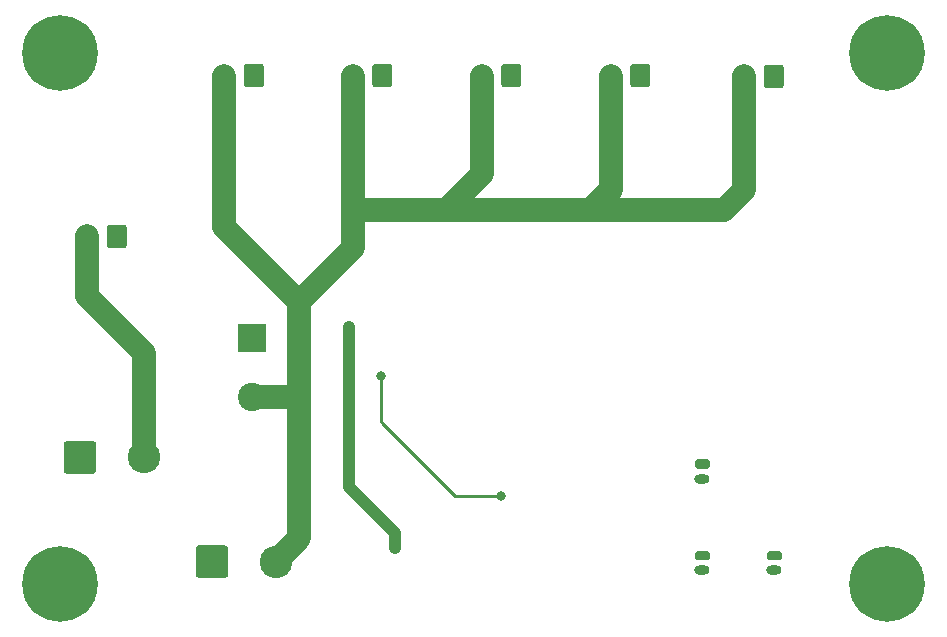
<source format=gbl>
G04 #@! TF.GenerationSoftware,KiCad,Pcbnew,5.1.6+dfsg1-1~bpo9+1*
G04 #@! TF.CreationDate,2022-04-04T20:28:32+02:00*
G04 #@! TF.ProjectId,sdrtr-power,73647274-722d-4706-9f77-65722e6b6963,rev?*
G04 #@! TF.SameCoordinates,Original*
G04 #@! TF.FileFunction,Copper,L2,Bot*
G04 #@! TF.FilePolarity,Positive*
%FSLAX46Y46*%
G04 Gerber Fmt 4.6, Leading zero omitted, Abs format (unit mm)*
G04 Created by KiCad (PCBNEW 5.1.6+dfsg1-1~bpo9+1) date 2022-04-04 20:28:32*
%MOMM*%
%LPD*%
G01*
G04 APERTURE LIST*
G04 #@! TA.AperFunction,ComponentPad*
%ADD10O,1.700000X2.000000*%
G04 #@! TD*
G04 #@! TA.AperFunction,ComponentPad*
%ADD11O,1.300000X0.800000*%
G04 #@! TD*
G04 #@! TA.AperFunction,ComponentPad*
%ADD12C,2.400000*%
G04 #@! TD*
G04 #@! TA.AperFunction,ComponentPad*
%ADD13R,2.400000X2.400000*%
G04 #@! TD*
G04 #@! TA.AperFunction,ComponentPad*
%ADD14C,2.750000*%
G04 #@! TD*
G04 #@! TA.AperFunction,ComponentPad*
%ADD15C,6.400000*%
G04 #@! TD*
G04 #@! TA.AperFunction,ViaPad*
%ADD16C,0.800000*%
G04 #@! TD*
G04 #@! TA.AperFunction,Conductor*
%ADD17C,2.032000*%
G04 #@! TD*
G04 #@! TA.AperFunction,Conductor*
%ADD18C,1.016000*%
G04 #@! TD*
G04 #@! TA.AperFunction,Conductor*
%ADD19C,0.254000*%
G04 #@! TD*
G04 APERTURE END LIST*
D10*
X82272500Y-50571400D03*
G04 #@! TA.AperFunction,ComponentPad*
G36*
G01*
X85622500Y-49821400D02*
X85622500Y-51321400D01*
G75*
G02*
X85372500Y-51571400I-250000J0D01*
G01*
X84172500Y-51571400D01*
G75*
G02*
X83922500Y-51321400I0J250000D01*
G01*
X83922500Y-49821400D01*
G75*
G02*
X84172500Y-49571400I250000J0D01*
G01*
X85372500Y-49571400D01*
G75*
G02*
X85622500Y-49821400I0J-250000D01*
G01*
G37*
G04 #@! TD.AperFunction*
D11*
X134366000Y-71100000D03*
G04 #@! TA.AperFunction,ComponentPad*
G36*
G01*
X133916000Y-69450000D02*
X134816000Y-69450000D01*
G75*
G02*
X135016000Y-69650000I0J-200000D01*
G01*
X135016000Y-70050000D01*
G75*
G02*
X134816000Y-70250000I-200000J0D01*
G01*
X133916000Y-70250000D01*
G75*
G02*
X133716000Y-70050000I0J200000D01*
G01*
X133716000Y-69650000D01*
G75*
G02*
X133916000Y-69450000I200000J0D01*
G01*
G37*
G04 #@! TD.AperFunction*
D12*
X96266000Y-64182000D03*
D13*
X96266000Y-59182000D03*
D14*
X87061000Y-69278500D03*
G04 #@! TA.AperFunction,ComponentPad*
G36*
G01*
X80286000Y-70403501D02*
X80286000Y-68153499D01*
G75*
G02*
X80535999Y-67903500I249999J0D01*
G01*
X82786001Y-67903500D01*
G75*
G02*
X83036000Y-68153499I0J-249999D01*
G01*
X83036000Y-70403501D01*
G75*
G02*
X82786001Y-70653500I-249999J0D01*
G01*
X80535999Y-70653500D01*
G75*
G02*
X80286000Y-70403501I0J249999D01*
G01*
G37*
G04 #@! TD.AperFunction*
D11*
X134366000Y-78847000D03*
G04 #@! TA.AperFunction,ComponentPad*
G36*
G01*
X133916000Y-77197000D02*
X134816000Y-77197000D01*
G75*
G02*
X135016000Y-77397000I0J-200000D01*
G01*
X135016000Y-77797000D01*
G75*
G02*
X134816000Y-77997000I-200000J0D01*
G01*
X133916000Y-77997000D01*
G75*
G02*
X133716000Y-77797000I0J200000D01*
G01*
X133716000Y-77397000D01*
G75*
G02*
X133916000Y-77197000I200000J0D01*
G01*
G37*
G04 #@! TD.AperFunction*
X140462000Y-78847000D03*
G04 #@! TA.AperFunction,ComponentPad*
G36*
G01*
X140012000Y-77197000D02*
X140912000Y-77197000D01*
G75*
G02*
X141112000Y-77397000I0J-200000D01*
G01*
X141112000Y-77797000D01*
G75*
G02*
X140912000Y-77997000I-200000J0D01*
G01*
X140012000Y-77997000D01*
G75*
G02*
X139812000Y-77797000I0J200000D01*
G01*
X139812000Y-77397000D01*
G75*
G02*
X140012000Y-77197000I200000J0D01*
G01*
G37*
G04 #@! TD.AperFunction*
D10*
X137898500Y-37020500D03*
G04 #@! TA.AperFunction,ComponentPad*
G36*
G01*
X141248500Y-36270500D02*
X141248500Y-37770500D01*
G75*
G02*
X140998500Y-38020500I-250000J0D01*
G01*
X139798500Y-38020500D01*
G75*
G02*
X139548500Y-37770500I0J250000D01*
G01*
X139548500Y-36270500D01*
G75*
G02*
X139798500Y-36020500I250000J0D01*
G01*
X140998500Y-36020500D01*
G75*
G02*
X141248500Y-36270500I0J-250000D01*
G01*
G37*
G04 #@! TD.AperFunction*
X93893000Y-36957000D03*
G04 #@! TA.AperFunction,ComponentPad*
G36*
G01*
X97243000Y-36207000D02*
X97243000Y-37707000D01*
G75*
G02*
X96993000Y-37957000I-250000J0D01*
G01*
X95793000Y-37957000D01*
G75*
G02*
X95543000Y-37707000I0J250000D01*
G01*
X95543000Y-36207000D01*
G75*
G02*
X95793000Y-35957000I250000J0D01*
G01*
X96993000Y-35957000D01*
G75*
G02*
X97243000Y-36207000I0J-250000D01*
G01*
G37*
G04 #@! TD.AperFunction*
X104751500Y-36957000D03*
G04 #@! TA.AperFunction,ComponentPad*
G36*
G01*
X108101500Y-36207000D02*
X108101500Y-37707000D01*
G75*
G02*
X107851500Y-37957000I-250000J0D01*
G01*
X106651500Y-37957000D01*
G75*
G02*
X106401500Y-37707000I0J250000D01*
G01*
X106401500Y-36207000D01*
G75*
G02*
X106651500Y-35957000I250000J0D01*
G01*
X107851500Y-35957000D01*
G75*
G02*
X108101500Y-36207000I0J-250000D01*
G01*
G37*
G04 #@! TD.AperFunction*
X115673500Y-36957000D03*
G04 #@! TA.AperFunction,ComponentPad*
G36*
G01*
X119023500Y-36207000D02*
X119023500Y-37707000D01*
G75*
G02*
X118773500Y-37957000I-250000J0D01*
G01*
X117573500Y-37957000D01*
G75*
G02*
X117323500Y-37707000I0J250000D01*
G01*
X117323500Y-36207000D01*
G75*
G02*
X117573500Y-35957000I250000J0D01*
G01*
X118773500Y-35957000D01*
G75*
G02*
X119023500Y-36207000I0J-250000D01*
G01*
G37*
G04 #@! TD.AperFunction*
D14*
X98237000Y-78105000D03*
G04 #@! TA.AperFunction,ComponentPad*
G36*
G01*
X91462000Y-79230001D02*
X91462000Y-76979999D01*
G75*
G02*
X91711999Y-76730000I249999J0D01*
G01*
X93962001Y-76730000D01*
G75*
G02*
X94212000Y-76979999I0J-249999D01*
G01*
X94212000Y-79230001D01*
G75*
G02*
X93962001Y-79480000I-249999J0D01*
G01*
X91711999Y-79480000D01*
G75*
G02*
X91462000Y-79230001I0J249999D01*
G01*
G37*
G04 #@! TD.AperFunction*
D10*
X126595500Y-36957000D03*
G04 #@! TA.AperFunction,ComponentPad*
G36*
G01*
X129945500Y-36207000D02*
X129945500Y-37707000D01*
G75*
G02*
X129695500Y-37957000I-250000J0D01*
G01*
X128495500Y-37957000D01*
G75*
G02*
X128245500Y-37707000I0J250000D01*
G01*
X128245500Y-36207000D01*
G75*
G02*
X128495500Y-35957000I250000J0D01*
G01*
X129695500Y-35957000D01*
G75*
G02*
X129945500Y-36207000I0J-250000D01*
G01*
G37*
G04 #@! TD.AperFunction*
D15*
X150000000Y-80000000D03*
X150000000Y-35000000D03*
X80000000Y-80000000D03*
X80000000Y-35000000D03*
D16*
X104457500Y-58229500D03*
X108331000Y-76962000D03*
X117348000Y-72517000D03*
X107124500Y-62357000D03*
D17*
X104751500Y-36957000D02*
X104751500Y-48347000D01*
X115673500Y-36957000D02*
X115673500Y-45299000D01*
X112625500Y-48347000D02*
X104751500Y-48347000D01*
X115673500Y-45299000D02*
X112625500Y-48347000D01*
X126595500Y-37020500D02*
X126595500Y-46632500D01*
X124881000Y-48347000D02*
X112625500Y-48347000D01*
X126595500Y-46632500D02*
X124881000Y-48347000D01*
D18*
X104457500Y-58229500D02*
X104457500Y-71818500D01*
X108331000Y-75692000D02*
X108331000Y-76962000D01*
X104457500Y-71818500D02*
X108331000Y-75692000D01*
D17*
X137898500Y-46632500D02*
X137898500Y-37020500D01*
X136184000Y-48347000D02*
X137898500Y-46632500D01*
X124881000Y-48347000D02*
X136184000Y-48347000D01*
X93829500Y-49760500D02*
X93829500Y-47601500D01*
X100203000Y-56134000D02*
X93829500Y-49760500D01*
X93829500Y-47601500D02*
X93829500Y-36957000D01*
X98237000Y-78105000D02*
X100203000Y-76139000D01*
X104751500Y-51585500D02*
X104751500Y-48347000D01*
X100203000Y-56134000D02*
X104751500Y-51585500D01*
X99775000Y-64182000D02*
X100203000Y-63754000D01*
X96266000Y-64182000D02*
X99775000Y-64182000D01*
X100203000Y-63754000D02*
X100203000Y-56134000D01*
X100203000Y-76139000D02*
X100203000Y-63754000D01*
D19*
X117348000Y-72517000D02*
X113411000Y-72517000D01*
X107124500Y-66230500D02*
X107346750Y-66452750D01*
X107124500Y-62357000D02*
X107124500Y-66230500D01*
X113411000Y-72517000D02*
X107346750Y-66452750D01*
D17*
X87061000Y-69278500D02*
X87061000Y-61280000D01*
X82272500Y-50571400D02*
X82272500Y-55615200D01*
X87061000Y-60403700D02*
X87061000Y-61280000D01*
X82272500Y-55615200D02*
X87061000Y-60403700D01*
M02*

</source>
